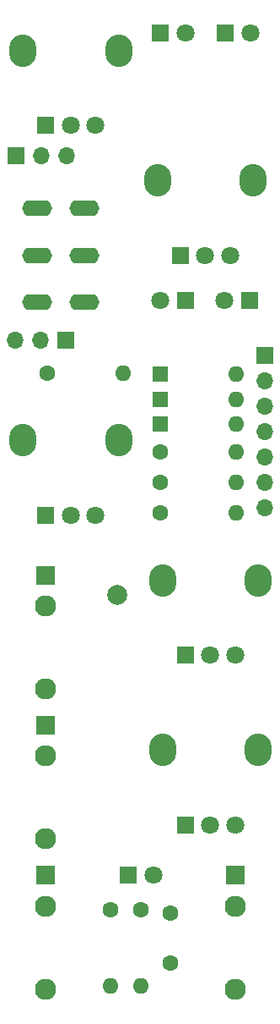
<source format=gbr>
%TF.GenerationSoftware,KiCad,Pcbnew,5.1.9+dfsg1-1~bpo10+1*%
%TF.CreationDate,2022-02-08T03:18:02+08:00*%
%TF.ProjectId,MiniVCF v1.0 - Control,4d696e69-5643-4462-9076-312e30202d20,rev?*%
%TF.SameCoordinates,Original*%
%TF.FileFunction,Soldermask,Top*%
%TF.FilePolarity,Negative*%
%FSLAX46Y46*%
G04 Gerber Fmt 4.6, Leading zero omitted, Abs format (unit mm)*
G04 Created by KiCad (PCBNEW 5.1.9+dfsg1-1~bpo10+1) date 2022-02-08 03:18:02*
%MOMM*%
%LPD*%
G01*
G04 APERTURE LIST*
%ADD10C,2.000000*%
%ADD11O,3.000000X1.600000*%
%ADD12R,1.800000X1.800000*%
%ADD13C,1.800000*%
%ADD14O,2.720000X3.240000*%
%ADD15C,1.600000*%
%ADD16O,1.600000X1.600000*%
%ADD17R,1.600000X1.600000*%
%ADD18C,2.130000*%
%ADD19R,1.930000X1.830000*%
%ADD20R,1.700000X1.700000*%
%ADD21O,1.700000X1.700000*%
G04 APERTURE END LIST*
D10*
%TO.C,REF\u002A\u002A*%
X84709000Y-112980000D03*
%TD*%
D11*
%TO.C,LP_BP_SWITCH1*%
X81400000Y-79000000D03*
X81400000Y-83700000D03*
X81400000Y-74300000D03*
X76600000Y-79000000D03*
X76600000Y-83700000D03*
X76600000Y-74300000D03*
%TD*%
D12*
%TO.C,POST_LPF1*%
X77500000Y-105000000D03*
D13*
X82500000Y-105000000D03*
X80000000Y-105000000D03*
D14*
X84800000Y-97500000D03*
X75200000Y-97500000D03*
%TD*%
D15*
%TO.C,C14*%
X90000000Y-144800000D03*
X90000000Y-149800000D03*
%TD*%
D16*
%TO.C,D7*%
X96620000Y-95900000D03*
D17*
X89000000Y-95900000D03*
%TD*%
%TO.C,D8*%
X89000000Y-93400000D03*
D16*
X96620000Y-93400000D03*
%TD*%
%TO.C,D9*%
X96620000Y-90900000D03*
D17*
X89000000Y-90900000D03*
%TD*%
D16*
%TO.C,R13*%
X85220000Y-90800000D03*
D15*
X77600000Y-90800000D03*
%TD*%
%TO.C,R14*%
X89000000Y-98700000D03*
D16*
X96620000Y-98700000D03*
%TD*%
%TO.C,R15*%
X96620000Y-104800000D03*
D15*
X89000000Y-104800000D03*
%TD*%
D16*
%TO.C,R20*%
X87000000Y-152120000D03*
D15*
X87000000Y-144500000D03*
%TD*%
D16*
%TO.C,R22*%
X96620000Y-101700000D03*
D15*
X89000000Y-101700000D03*
%TD*%
D16*
%TO.C,R23*%
X84000000Y-152120000D03*
D15*
X84000000Y-144500000D03*
%TD*%
D12*
%TO.C,CUTOFF1*%
X77500000Y-66000000D03*
D13*
X82500000Y-66000000D03*
X80000000Y-66000000D03*
D14*
X84800000Y-58500000D03*
X75200000Y-58500000D03*
%TD*%
%TO.C,CV_AMT1*%
X89200000Y-111500000D03*
X98800000Y-111500000D03*
D13*
X94000000Y-119000000D03*
X96500000Y-119000000D03*
D12*
X91500000Y-119000000D03*
%TD*%
%TO.C,CV_AMT2*%
X91500000Y-136000000D03*
D13*
X96500000Y-136000000D03*
X94000000Y-136000000D03*
D14*
X98800000Y-128500000D03*
X89200000Y-128500000D03*
%TD*%
D13*
%TO.C,D12*%
X91540000Y-56750000D03*
D12*
X89000000Y-56750000D03*
%TD*%
%TO.C,D13*%
X95500000Y-56750000D03*
D13*
X98040000Y-56750000D03*
%TD*%
%TO.C,D14*%
X88960000Y-83500000D03*
D12*
X91500000Y-83500000D03*
%TD*%
%TO.C,D15*%
X98000000Y-83500000D03*
D13*
X95460000Y-83500000D03*
%TD*%
D12*
%TO.C,D16*%
X85750000Y-141000000D03*
D13*
X88290000Y-141000000D03*
%TD*%
D18*
%TO.C,J3*%
X77500000Y-152400000D03*
X77500000Y-144100000D03*
D19*
X77500000Y-141000000D03*
%TD*%
D18*
%TO.C,J4*%
X77500000Y-122400000D03*
X77500000Y-114100000D03*
D19*
X77500000Y-111000000D03*
%TD*%
%TO.C,J5*%
X96500000Y-141000000D03*
D18*
X96500000Y-144100000D03*
X96500000Y-152400000D03*
%TD*%
D20*
%TO.C,J6*%
X74500000Y-69000000D03*
D21*
X77040000Y-69000000D03*
X79580000Y-69000000D03*
%TD*%
D20*
%TO.C,J9*%
X99500000Y-89000000D03*
D21*
X99500000Y-91540000D03*
X99500000Y-94080000D03*
X99500000Y-96620000D03*
X99500000Y-99160000D03*
X99500000Y-101700000D03*
X99500000Y-104240000D03*
%TD*%
D19*
%TO.C,J10*%
X77500000Y-126000000D03*
D18*
X77500000Y-129100000D03*
X77500000Y-137400000D03*
%TD*%
D21*
%TO.C,J11*%
X74420000Y-87500000D03*
X76960000Y-87500000D03*
D20*
X79500000Y-87500000D03*
%TD*%
D14*
%TO.C,RESO2*%
X88700000Y-71500000D03*
X98300000Y-71500000D03*
D13*
X93500000Y-79000000D03*
X96000000Y-79000000D03*
D12*
X91000000Y-79000000D03*
%TD*%
M02*

</source>
